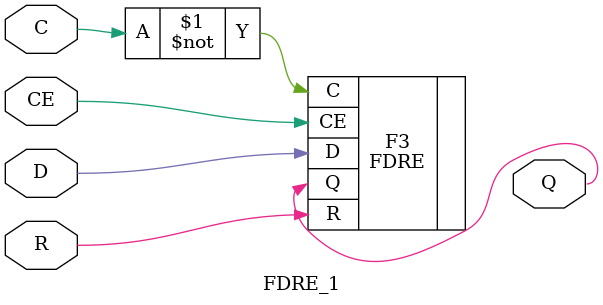
<source format=v>


`timescale  1 ps / 1 ps

module FDRE_1 (Q, C, CE, D, R);

    parameter [0:0] INIT = 1'b0;

    output Q;

    input  C, CE, D, R;

    wire Q;

    FDRE #(.INIT(INIT)) F3(.Q(Q), .C(~C), .CE(CE), .D(D), .R(R));

endmodule


</source>
